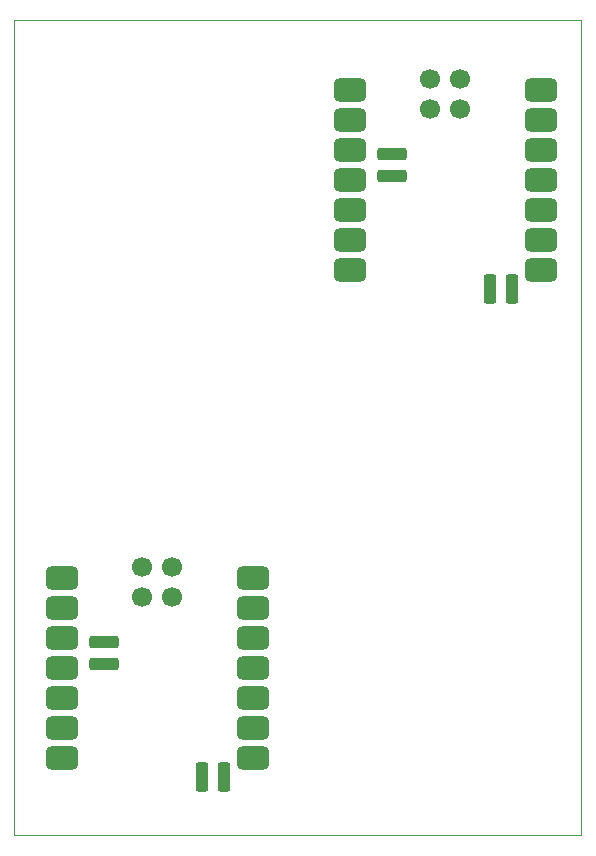
<source format=gbr>
%TF.GenerationSoftware,KiCad,Pcbnew,9.0.2*%
%TF.CreationDate,2025-07-01T00:08:40-05:00*%
%TF.ProjectId,MagMesh,4d61674d-6573-4682-9e6b-696361645f70,rev?*%
%TF.SameCoordinates,Original*%
%TF.FileFunction,Paste,Top*%
%TF.FilePolarity,Positive*%
%FSLAX46Y46*%
G04 Gerber Fmt 4.6, Leading zero omitted, Abs format (unit mm)*
G04 Created by KiCad (PCBNEW 9.0.2) date 2025-07-01 00:08:40*
%MOMM*%
%LPD*%
G01*
G04 APERTURE LIST*
G04 Aperture macros list*
%AMRoundRect*
0 Rectangle with rounded corners*
0 $1 Rounding radius*
0 $2 $3 $4 $5 $6 $7 $8 $9 X,Y pos of 4 corners*
0 Add a 4 corners polygon primitive as box body*
4,1,4,$2,$3,$4,$5,$6,$7,$8,$9,$2,$3,0*
0 Add four circle primitives for the rounded corners*
1,1,$1+$1,$2,$3*
1,1,$1+$1,$4,$5*
1,1,$1+$1,$6,$7*
1,1,$1+$1,$8,$9*
0 Add four rect primitives between the rounded corners*
20,1,$1+$1,$2,$3,$4,$5,0*
20,1,$1+$1,$4,$5,$6,$7,0*
20,1,$1+$1,$6,$7,$8,$9,0*
20,1,$1+$1,$8,$9,$2,$3,0*%
G04 Aperture macros list end*
%ADD10RoundRect,0.500000X-0.875000X-0.500000X0.875000X-0.500000X0.875000X0.500000X-0.875000X0.500000X0*%
%ADD11RoundRect,0.275000X0.975000X0.275000X-0.975000X0.275000X-0.975000X-0.275000X0.975000X-0.275000X0*%
%ADD12RoundRect,0.275000X-0.275000X0.975000X-0.275000X-0.975000X0.275000X-0.975000X0.275000X0.975000X0*%
%ADD13C,1.700000*%
%TA.AperFunction,Profile*%
%ADD14C,0.050000*%
%TD*%
G04 APERTURE END LIST*
D10*
%TO.C,U1*%
X182890000Y-73880000D03*
X182890000Y-76420000D03*
X182890000Y-78960000D03*
X182890000Y-81500000D03*
X182890000Y-84040000D03*
X182890000Y-86580000D03*
X182890000Y-89120000D03*
X199055000Y-89120000D03*
X199055000Y-86580000D03*
X199055000Y-84040000D03*
X199055000Y-81500000D03*
X199055000Y-78960000D03*
X199055000Y-76420000D03*
X199055000Y-73880000D03*
D11*
X186500000Y-81186500D03*
X186500000Y-79281500D03*
D12*
X194755000Y-90736900D03*
X196660000Y-90736900D03*
D13*
X189675000Y-72931500D03*
X192215000Y-72931500D03*
X189675000Y-75471500D03*
X192215000Y-75471500D03*
%TD*%
%TO.C,U2*%
X167829500Y-116783300D03*
X165289500Y-116783300D03*
X167829500Y-114243300D03*
X165289500Y-114243300D03*
D12*
X172274500Y-132048700D03*
X170369500Y-132048700D03*
D11*
X162114500Y-120593300D03*
X162114500Y-122498300D03*
D10*
X174669500Y-115191800D03*
X174669500Y-117731800D03*
X174669500Y-120271800D03*
X174669500Y-122811800D03*
X174669500Y-125351800D03*
X174669500Y-127891800D03*
X174669500Y-130431800D03*
X158504500Y-130431800D03*
X158504500Y-127891800D03*
X158504500Y-125351800D03*
X158504500Y-122811800D03*
X158504500Y-120271800D03*
X158504500Y-117731800D03*
X158504500Y-115191800D03*
%TD*%
D14*
X154500000Y-68000000D02*
X202500000Y-68000000D01*
X202500000Y-137000000D01*
X154500000Y-137000000D01*
X154500000Y-68000000D01*
M02*

</source>
